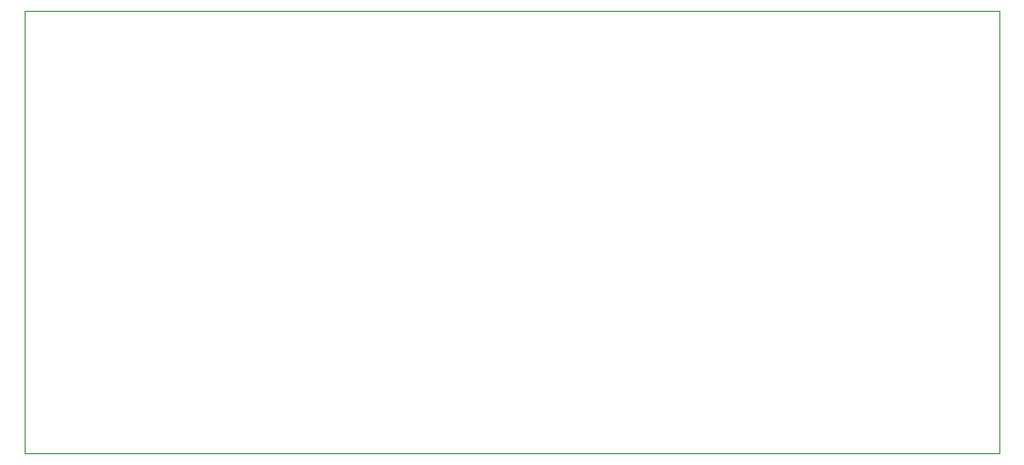
<source format=gbr>
%TF.GenerationSoftware,KiCad,Pcbnew,(5.1.9)-1*%
%TF.CreationDate,2021-07-19T11:43:35+01:00*%
%TF.ProjectId,3S-parallel-board,33532d70-6172-4616-9c6c-656c2d626f61,rev?*%
%TF.SameCoordinates,Original*%
%TF.FileFunction,Profile,NP*%
%FSLAX46Y46*%
G04 Gerber Fmt 4.6, Leading zero omitted, Abs format (unit mm)*
G04 Created by KiCad (PCBNEW (5.1.9)-1) date 2021-07-19 11:43:35*
%MOMM*%
%LPD*%
G01*
G04 APERTURE LIST*
%TA.AperFunction,Profile*%
%ADD10C,0.050000*%
%TD*%
G04 APERTURE END LIST*
D10*
X76200000Y-132080000D02*
X76200000Y-93980000D01*
X160020000Y-132080000D02*
X76200000Y-132080000D01*
X160020000Y-93980000D02*
X160020000Y-132080000D01*
X76200000Y-93980000D02*
X160020000Y-93980000D01*
M02*

</source>
